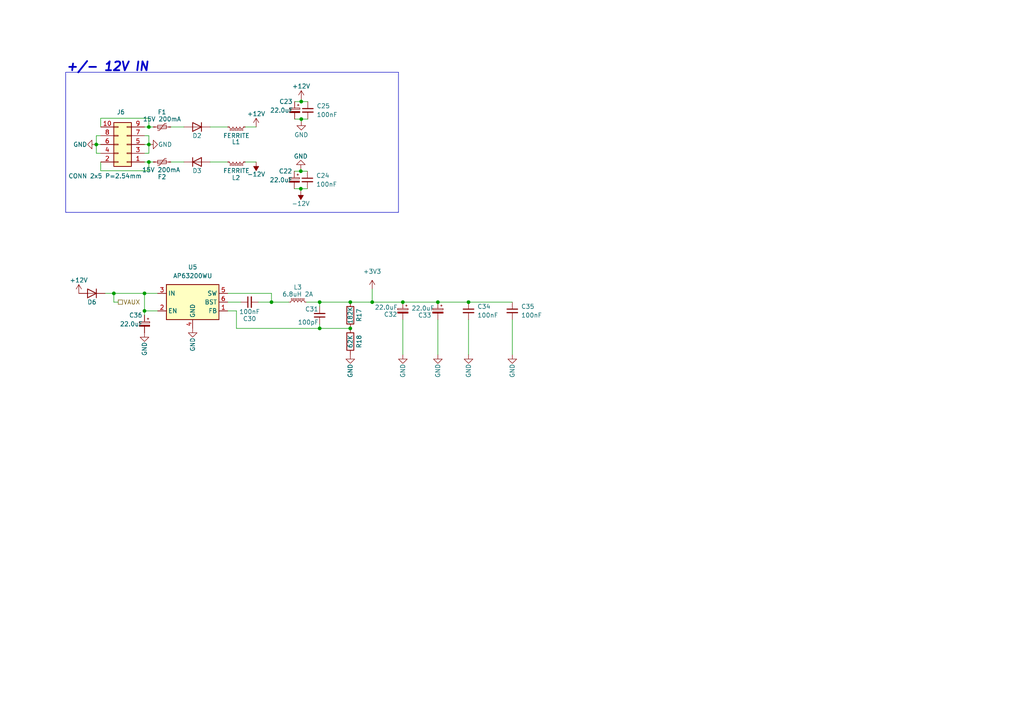
<source format=kicad_sch>
(kicad_sch (version 20231120) (generator "eeschema") (generator_version "8.0")
  (paper "A4")
  (lib_symbols
    (symbol "Connector_Generic:Conn_02x05_Odd_Even" (pin_names (offset 1.016) hide)
      (property "Reference" "J" (at 1.27 7.62 0))
      (property "Value" "Conn_02x05_Odd_Even" (at 1.27 -7.62 0))
      (symbol "Conn_02x05_Odd_Even_1_1"
        (rectangle (start -1.27 -4.953) (end 0 -5.207) (stroke (width 0.1524)))
        (rectangle (start -1.27 -2.413) (end 0 -2.667) (stroke (width 0.1524)))
        (rectangle (start -1.27 0.127) (end 0 -0.127) (stroke (width 0.1524)))
        (rectangle (start -1.27 2.667) (end 0 2.413) (stroke (width 0.1524)))
        (rectangle (start -1.27 5.207) (end 0 4.953) (stroke (width 0.1524)))
        (rectangle (start -1.27 6.35) (end 3.81 -6.35) (stroke (width 0.254)) (fill (type background)))
        (rectangle (start 3.81 -4.953) (end 2.54 -5.207) (stroke (width 0.1524)))
        (rectangle (start 3.81 -2.413) (end 2.54 -2.667) (stroke (width 0.1524)))
        (rectangle (start 3.81 0.127) (end 2.54 -0.127) (stroke (width 0.1524)))
        (rectangle (start 3.81 2.667) (end 2.54 2.413) (stroke (width 0.1524)))
        (rectangle (start 3.81 5.207) (end 2.54 4.953) (stroke (width 0.1524)))
        (pin passive line (at -5.08 5.08 0) (length 3.81) (name "Pin_1") (number "1"))
        (pin passive line (at 7.62 -5.08 180) (length 3.81) (name "Pin_10") (number "10"))
        (pin passive line (at 7.62 5.08 180) (length 3.81) (name "Pin_2") (number "2"))
        (pin passive line (at -5.08 2.54 0) (length 3.81) (name "Pin_3") (number "3"))
        (pin passive line (at 7.62 2.54 180) (length 3.81) (name "Pin_4") (number "4"))
        (pin passive line (at -5.08 0 0) (length 3.81) (name "Pin_5") (number "5"))
        (pin passive line (at 7.62 0 180) (length 3.81) (name "Pin_6") (number "6"))
        (pin passive line (at -5.08 -2.54 0) (length 3.81) (name "Pin_7") (number "7"))
        (pin passive line (at 7.62 -2.54 180) (length 3.81) (name "Pin_8") (number "8"))
        (pin passive line (at -5.08 -5.08 0) (length 3.81) (name "Pin_9") (number "9"))
      )
    )
    (symbol "Device:C_Polarized_Small" (pin_numbers hide) (pin_names (offset 0.254) hide)
      (property "Reference" "C" (at 0.254 1.778 0))
      (property "Value" "C_Polarized_Small" (at 0.254 -2.032 0))
      (symbol "C_Polarized_Small_0_1"
        (rectangle (start -1.524 -0.3048) (end 1.524 -0.6858) (fill (type outline)))
        (rectangle (start -1.524 0.6858) (end 1.524 0.3048))
        (polyline (pts (xy -1.27 1.524) (xy -0.762 1.524)))
        (polyline (pts (xy -1.016 1.27) (xy -1.016 1.778)))
      )
      (symbol "C_Polarized_Small_1_1"
        (pin passive line (at 0 2.54 270) (length 1.8542) (name "~") (number "1"))
        (pin passive line (at 0 -2.54 90) (length 1.8542) (name "~") (number "2"))
      )
    )
    (symbol "Device:C_Small" (pin_numbers hide) (pin_names (offset 0.254) hide)
      (property "Reference" "C" (at 0.254 1.778 0))
      (property "Value" "C_Small" (at 0.254 -2.032 0))
      (symbol "C_Small_0_1"
        (polyline (pts (xy -1.524 -0.508) (xy 1.524 -0.508)) (stroke (width 0.3302)))
        (polyline (pts (xy -1.524 0.508) (xy 1.524 0.508)) (stroke (width 0.3048)))
      )
      (symbol "C_Small_1_1"
        (pin passive line (at 0 2.54 270) (length 2.032) (name "~") (number "1"))
        (pin passive line (at 0 -2.54 90) (length 2.032) (name "~") (number "2"))
      )
    )
    (symbol "Device:L_Ferrite_Small" (pin_numbers hide) (pin_names (offset 0.254) hide)
      (property "Reference" "L" (at 1.27 1.016 0))
      (property "Value" "L_Ferrite_Small" (at 1.27 -1.27 0))
      (symbol "L_Ferrite_Small_0_1"
        (arc (start 0 -2.032) (mid 0.5058 -1.524) (end 0 -1.016))
        (arc (start 0 -1.016) (mid 0.5058 -0.508) (end 0 0))
        (polyline (pts (xy 0.762 -1.905) (xy 0.762 -1.651)))
        (polyline (pts (xy 0.762 -1.397) (xy 0.762 -1.143)))
        (polyline (pts (xy 0.762 -0.889) (xy 0.762 -0.635)))
        (polyline (pts (xy 0.762 -0.381) (xy 0.762 -0.127)))
        (polyline (pts (xy 0.762 0.127) (xy 0.762 0.381)))
        (polyline (pts (xy 0.762 0.635) (xy 0.762 0.889)))
        (polyline (pts (xy 0.762 1.143) (xy 0.762 1.397)))
        (polyline (pts (xy 0.762 1.651) (xy 0.762 1.905)))
        (polyline (pts (xy 1.016 -1.651) (xy 1.016 -1.905)))
        (polyline (pts (xy 1.016 -1.143) (xy 1.016 -1.397)))
        (polyline (pts (xy 1.016 -0.635) (xy 1.016 -0.889)))
        (polyline (pts (xy 1.016 -0.127) (xy 1.016 -0.381)))
        (polyline (pts (xy 1.016 0.381) (xy 1.016 0.127)))
        (polyline (pts (xy 1.016 0.889) (xy 1.016 0.635)))
        (polyline (pts (xy 1.016 1.397) (xy 1.016 1.143)))
        (polyline (pts (xy 1.016 1.905) (xy 1.016 1.651)))
        (arc (start 0 0) (mid 0.5058 0.508) (end 0 1.016))
        (arc (start 0 1.016) (mid 0.5058 1.524) (end 0 2.032))
      )
      (symbol "L_Ferrite_Small_1_1"
        (pin passive line (at 0 2.54 270) (length 0.508) (name "~") (number "1"))
        (pin passive line (at 0 -2.54 90) (length 0.508) (name "~") (number "2"))
      )
    )
    (symbol "Device:Polyfuse_Small" (pin_numbers hide) (pin_names (offset 0))
      (property "Reference" "F" (at -1.905 0 90))
      (property "Value" "Polyfuse_Small" (at 1.905 0 90))
      (symbol "Polyfuse_Small_0_1"
        (rectangle (start -0.508 1.27) (end 0.508 -1.27))
        (polyline (pts (xy 0 2.54) (xy 0 -2.54)))
        (polyline (pts (xy -1.016 1.27) (xy -1.016 0.762) (xy 1.016 -0.762) (xy 1.016 -1.27)))
      )
      (symbol "Polyfuse_Small_1_1"
        (pin passive line (at 0 2.54 270) (length 0.635) (name "~") (number "1"))
        (pin passive line (at 0 -2.54 90) (length 0.635) (name "~") (number "2"))
      )
    )
    (symbol "Device:R" (pin_numbers hide) (pin_names (offset 0))
      (property "Reference" "R" (at 2.032 0 90))
      (property "Value" "R" (at 0 0 90))
      (symbol "R_0_1"
        (rectangle (start -1.016 -2.54) (end 1.016 2.54) (stroke (width 0.254)))
      )
      (symbol "R_1_1"
        (pin passive line (at 0 3.81 270) (length 1.27) (name "~") (number "1"))
        (pin passive line (at 0 -3.81 90) (length 1.27) (name "~") (number "2"))
      )
    )
    (symbol "Diode:US1G" (pin_numbers hide) (pin_names (offset 1.016) hide)
      (property "Reference" "D" (at 0 2.54 0))
      (property "Value" "US1G" (at 0 -2.54 0))
      (symbol "US1G_0_1"
        (polyline (pts (xy -1.27 1.27) (xy -1.27 -1.27)) (stroke (width 0.254)))
        (polyline (pts (xy 1.27 0) (xy -1.27 0)))
        (polyline (pts (xy 1.27 1.27) (xy 1.27 -1.27) (xy -1.27 0) (xy 1.27 1.27)) (stroke (width 0.254)))
      )
      (symbol "US1G_1_1"
        (pin passive line (at -3.81 0 0) (length 2.54) (name "K") (number "1"))
        (pin passive line (at 3.81 0 180) (length 2.54) (name "A") (number "2"))
      )
    )
    (symbol "Regulator_Switching:AP63200WU"
      (property "Reference" "U" (at -7.62 6.35 0))
      (property "Value" "AP63200WU" (at 2.54 6.35 0))
      (symbol "AP63200WU_0_1"
        (rectangle (start -7.62 5.08) (end 7.62 -5.08) (stroke (width 0.254)) (fill (type background)))
      )
      (symbol "AP63200WU_1_1"
        (pin input line (at 10.16 -2.54 180) (length 2.54) (name "FB") (number "1"))
        (pin input line (at -10.16 -2.54 0) (length 2.54) (name "EN") (number "2"))
        (pin power_in line (at -10.16 2.54 0) (length 2.54) (name "IN") (number "3"))
        (pin power_in line (at 0 -7.62 90) (length 2.54) (name "GND") (number "4"))
        (pin output line (at 10.16 2.54 180) (length 2.54) (name "SW") (number "5"))
        (pin passive line (at 10.16 0 180) (length 2.54) (name "BST") (number "6"))
      )
    )
    (symbol "power:+12V" (power) (pin_names (offset 0))
      (property "Value" "+12V" (at 0 3.556 0))
      (symbol "+12V_0_1"
        (polyline (pts (xy -0.762 1.27) (xy 0 2.54)))
        (polyline (pts (xy 0 0) (xy 0 2.54)))
        (polyline (pts (xy 0 2.54) (xy 0.762 1.27)))
      )
      (symbol "+12V_1_1"
        (pin power_in line (at 0 0 90) (length 0) hide (name "+12V") (number "1"))
      )
    )
    (symbol "power:+3V3" (power) (pin_names (offset 0))
      (property "Value" "+3V3" (at 0 3.556 0))
      (symbol "+3V3_0_1"
        (polyline (pts (xy -0.762 1.27) (xy 0 2.54)))
        (polyline (pts (xy 0 0) (xy 0 2.54)))
        (polyline (pts (xy 0 2.54) (xy 0.762 1.27)))
      )
      (symbol "+3V3_1_1"
        (pin power_in line (at 0 0 90) (length 0) hide (name "+3V3") (number "1"))
      )
    )
    (symbol "power:-12V" (power) (pin_names (offset 0))
      (property "Value" "-12V" (at 0 3.81 0))
      (symbol "-12V_0_0"
        (pin power_in line (at 0 0 90) (length 0) hide (name "-12V") (number "1"))
      )
      (symbol "-12V_0_1"
        (polyline (pts (xy 0 0) (xy 0 1.27) (xy 0.762 1.27) (xy 0 2.54) (xy -0.762 1.27) (xy 0 1.27)) (fill (type outline)))
      )
    )
    (symbol "power:GND" (power) (pin_names (offset 0))
      (property "Value" "GND" (at 0 -3.81 0))
      (symbol "GND_0_1"
        (polyline (pts (xy 0 0) (xy 0 -1.27) (xy 1.27 -1.27) (xy 0 -2.54) (xy -1.27 -1.27) (xy 0 -1.27)))
      )
      (symbol "GND_1_1"
        (pin power_in line (at 0 0 270) (length 0) hide (name "GND") (number "1"))
      )
    )
  )
  (junction (at 33.02 85.09))
  (junction (at 87.249 49.657))
  (junction (at 41.91 85.09))
  (junction (at 92.71 95.25))
  (junction (at 116.84 87.63))
  (junction (at 43.18 46.99))
  (junction (at 78.74 87.63))
  (junction (at 135.89 87.63))
  (junction (at 27.94 41.91))
  (junction (at 107.95 87.63))
  (junction (at 92.71 87.63))
  (junction (at 127 87.63))
  (junction (at 101.6 95.25))
  (junction (at 87.376 34.544))
  (junction (at 41.91 90.17))
  (junction (at 101.6 87.63))
  (junction (at 87.249 54.737))
  (junction (at 43.18 36.83))
  (junction (at 87.376 29.464))
  (junction (at 43.18 41.91))
  (wire (pts (xy 45.72 90.17) (xy 41.91 90.17)))
  (wire (pts (xy 49.53 36.83) (xy 53.34 36.83)))
  (wire (pts (xy 43.18 39.37) (xy 43.18 41.91)))
  (wire (pts (xy 127 92.71) (xy 127 102.87)))
  (wire (pts (xy 88.9 87.63) (xy 92.71 87.63)))
  (wire (pts (xy 60.96 46.99) (xy 66.04 46.99)))
  (wire (pts (xy 87.376 29.464) (xy 89.281 29.464)))
  (wire (pts (xy 41.91 85.09) (xy 45.72 85.09)))
  (wire (pts (xy 85.344 49.657) (xy 87.249 49.657)))
  (wire (pts (xy 87.249 54.737) (xy 87.249 55.372)))
  (wire (pts (xy 92.71 95.25) (xy 92.71 93.98)))
  (wire (pts (xy 66.04 87.63) (xy 69.85 87.63)))
  (polyline (pts (xy 19.05 61.595) (xy 19.05 20.955)))
  (wire (pts (xy 85.344 54.737) (xy 87.249 54.737)))
  (wire (pts (xy 41.91 39.37) (xy 43.18 39.37)))
  (wire (pts (xy 71.12 46.99) (xy 74.295 46.99)))
  (wire (pts (xy 33.02 87.63) (xy 33.02 85.09)))
  (wire (pts (xy 74.93 87.63) (xy 78.74 87.63)))
  (wire (pts (xy 43.18 36.83) (xy 44.45 36.83)))
  (wire (pts (xy 66.04 85.09) (xy 78.74 85.09)))
  (wire (pts (xy 43.18 41.91) (xy 43.18 44.45)))
  (wire (pts (xy 43.18 46.99) (xy 43.18 49.53)))
  (wire (pts (xy 49.53 46.99) (xy 53.34 46.99)))
  (wire (pts (xy 116.84 87.63) (xy 127 87.63)))
  (wire (pts (xy 85.471 29.464) (xy 87.376 29.464)))
  (wire (pts (xy 92.71 87.63) (xy 101.6 87.63)))
  (wire (pts (xy 71.12 36.83) (xy 74.295 36.83)))
  (wire (pts (xy 29.21 49.53) (xy 29.21 46.99)))
  (wire (pts (xy 33.02 85.09) (xy 41.91 85.09)))
  (wire (pts (xy 41.91 90.17) (xy 41.91 91.44)))
  (wire (pts (xy 148.59 92.71) (xy 148.59 102.87)))
  (wire (pts (xy 68.58 90.17) (xy 66.04 90.17)))
  (wire (pts (xy 78.74 87.63) (xy 83.82 87.63)))
  (polyline (pts (xy 21.59 20.955) (xy 115.57 20.955)))
  (polyline (pts (xy 115.57 20.955) (xy 115.57 61.595)))
  (wire (pts (xy 34.29 87.63) (xy 33.02 87.63)))
  (wire (pts (xy 41.91 90.17) (xy 41.91 85.09)))
  (wire (pts (xy 68.58 95.25) (xy 68.58 90.17)))
  (wire (pts (xy 135.89 92.71) (xy 135.89 102.87)))
  (polyline (pts (xy 115.57 61.595) (xy 19.05 61.595)))
  (wire (pts (xy 27.94 39.37) (xy 29.21 39.37)))
  (wire (pts (xy 41.91 44.45) (xy 43.18 44.45)))
  (wire (pts (xy 135.89 87.63) (xy 148.59 87.63)))
  (wire (pts (xy 41.91 46.99) (xy 43.18 46.99)))
  (wire (pts (xy 41.91 36.83) (xy 43.18 36.83)))
  (wire (pts (xy 87.376 34.544) (xy 87.376 35.179)))
  (wire (pts (xy 101.6 95.25) (xy 92.71 95.25)))
  (wire (pts (xy 60.96 36.83) (xy 66.04 36.83)))
  (wire (pts (xy 107.95 83.82) (xy 107.95 87.63)))
  (wire (pts (xy 43.18 36.83) (xy 43.18 34.29)))
  (wire (pts (xy 29.21 34.29) (xy 29.21 36.83)))
  (wire (pts (xy 27.94 44.45) (xy 27.94 41.91)))
  (polyline (pts (xy 19.05 20.955) (xy 21.59 20.955)))
  (wire (pts (xy 78.74 87.63) (xy 78.74 85.09)))
  (wire (pts (xy 43.18 49.53) (xy 29.21 49.53)))
  (wire (pts (xy 27.94 41.91) (xy 29.21 41.91)))
  (wire (pts (xy 27.94 41.91) (xy 27.94 39.37)))
  (wire (pts (xy 87.249 49.022) (xy 87.249 49.657)))
  (wire (pts (xy 43.18 34.29) (xy 29.21 34.29)))
  (wire (pts (xy 29.21 44.45) (xy 27.94 44.45)))
  (wire (pts (xy 87.376 34.544) (xy 89.281 34.544)))
  (wire (pts (xy 92.71 95.25) (xy 68.58 95.25)))
  (wire (pts (xy 87.249 49.657) (xy 89.154 49.657)))
  (wire (pts (xy 87.376 28.829) (xy 87.376 29.464)))
  (wire (pts (xy 30.48 85.09) (xy 33.02 85.09)))
  (wire (pts (xy 116.84 92.71) (xy 116.84 102.87)))
  (wire (pts (xy 101.6 87.63) (xy 107.95 87.63)))
  (wire (pts (xy 85.471 34.544) (xy 87.376 34.544)))
  (wire (pts (xy 43.18 46.99) (xy 44.45 46.99)))
  (wire (pts (xy 92.71 87.63) (xy 92.71 88.9)))
  (wire (pts (xy 107.95 87.63) (xy 116.84 87.63)))
  (wire (pts (xy 87.249 54.737) (xy 89.154 54.737)))
  (wire (pts (xy 127 87.63) (xy 135.89 87.63)))
  (wire (pts (xy 41.91 41.91) (xy 43.18 41.91)))
  (text "+/- 12V IN" (at 19.05 20.955 0) (effects (font (size 2.54 2.54) (thickness 0.508) (bold yes) (italic yes)) (justify left bottom)))
  (hierarchical_label "VAUX" (shape passive) (at 34.29 87.63 0))
  (symbol (lib_id "power:GND") (at 116.84 102.87 0) (mirror y) (unit 1)
    (property "Reference" "#PWR047" (effects (hide yes)))
    (property "Value" "GND" (at 116.84 109.601 90) (effects (justify left)))
  )
  (symbol (lib_id "power:GND") (at 127 102.87 0) (mirror y) (unit 1)
    (property "Reference" "#PWR048" (effects (hide yes)))
    (property "Value" "GND" (at 127 109.601 90) (effects (justify left)))
  )
  (symbol (lib_id "power:-12V") (at 87.249 55.372 180) (unit 1)
    (property "Reference" "#PWR035" (effects (hide yes)))
    (property "Value" "-12V" (at 84.582 59.055 0) (effects (justify right)))
  )
  (symbol (lib_id "Device:C_Polarized_Small") (at 127 90.17 0) (mirror y) (unit 1)
    (property "Reference" "C33" (at 123.19 91.44 0))
    (property "Value" "22.0uF" (at 122.682 89.408 0))
    (property "Footprint" "Capacitor_Tantalum_SMD:CP_EIA-3216-10_Kemet-I" (effects (hide yes)))
    (property "mfg#" "CA45-A-16V-22uF-K" (effects (hide yes)))
    (property "lcsc#" "C782264" (effects (hide yes)))
  )
  (symbol (lib_id "power:+12V") (at 22.86 85.09 0) (unit 1)
    (property "Reference" "#PWR044" (effects (hide yes)))
    (property "Value" "+12V" (at 20.193 81.28 0) (effects (justify left)))
  )
  (symbol (lib_id "Device:L_Ferrite_Small") (at 86.36 87.63 90) (unit 1)
    (property "Reference" "L3" (at 86.36 83.312 90))
    (property "Value" "6.8uH 2A" (at 86.36 85.344 90))
    (property "Footprint" "Inductor_SMD:L_Vishay_IHLP-2020" (effects (hide yes)))
    (property "Description" "Inductor with ferrite core, small symbol" (effects (hide yes)))
    (property "lcsc#" " C844992" (effects (hide yes)))
  )
  (symbol (lib_id "Device:C_Small") (at 89.281 32.004 0) (unit 1)
    (property "Reference" "C25" (at 91.821 30.7402 0) (effects (justify left)))
    (property "Value" "100nF" (at 91.821 33.2802 0) (effects (justify left)))
    (property "Footprint" "Capacitor_SMD:C_0603_1608Metric" (effects (hide yes)))
    (property "Datasheet" "https://datasheet.lcsc.com/lcsc/1912111437_TDK-C1608X7R1E104KT000N_C338036.pdf" (effects (hide yes)))
    (property "lcsc#" "C14663" (effects (hide yes)))
    (property "mfg#" "C1608X7R1E104KT000N" (effects (hide yes)))
  )
  (symbol (lib_id "power:+12V") (at 87.376 28.829 0) (unit 1)
    (property "Reference" "#PWR036" (effects (hide yes)))
    (property "Value" "+12V" (at 84.709 25.019 0) (effects (justify left)))
  )
  (symbol (lib_id "Diode:US1G") (at 57.15 46.99 0) (unit 1)
    (property "Reference" "D3" (at 57.15 49.53 0))
    (property "Value" "1N4007FL" (effects (hide yes)))
    (property "Footprint" "Diode_SMD:D_SOD-123F" (effects (hide yes)))
    (property "Datasheet" "https://www.diodes.com/assets/Datasheets/ds16008.pdf" (effects (hide yes)))
    (property "dig#" "1655-1N4007FLCT-ND" (effects (hide yes)))
    (property "mfg#" "1N4007FL" (effects (hide yes)))
    (property "lcsc#" "C493190" (effects (hide yes)))
  )
  (symbol (lib_id "power:-12V") (at 74.295 46.99 180) (unit 1)
    (property "Reference" "#PWR033" (effects (hide yes)))
    (property "Value" "-12V" (at 76.962 50.546 0) (effects (justify left)))
  )
  (symbol (lib_id "Device:R") (at 101.6 99.06 0) (mirror x) (unit 1)
    (property "Reference" "R18" (at 104.14 99.06 90))
    (property "Value" "62K" (at 101.6 99.06 90))
    (property "Footprint" "Resistor_SMD:R_0402_1005Metric" (effects (hide yes)))
    (property "PN" "RC0402FR-074K7L" (effects (hide yes)))
    (property "lcsc#" " C137950" (effects (hide yes)))
  )
  (symbol (lib_id "Diode:US1G") (at 57.15 36.83 180) (unit 1)
    (property "Reference" "D2" (at 57.15 39.37 0))
    (property "Value" "1N4007FL" (effects (hide yes)))
    (property "Footprint" "Diode_SMD:D_SOD-123F" (effects (hide yes)))
    (property "Datasheet" "https://www.diodes.com/assets/Datasheets/ds16008.pdf" (effects (hide yes)))
    (property "dig#" "1655-1N4007FLCT-ND" (effects (hide yes)))
    (property "mfg#" "1N4007FL" (effects (hide yes)))
    (property "lcsc#" "C493190" (effects (hide yes)))
  )
  (symbol (lib_id "power:GND") (at 135.89 102.87 0) (mirror y) (unit 1)
    (property "Reference" "#PWR050" (effects (hide yes)))
    (property "Value" "GND" (at 135.89 109.601 90) (effects (justify left)))
  )
  (symbol (lib_id "Device:L_Ferrite_Small") (at 68.58 46.99 270) (unit 1)
    (property "Reference" "L2" (at 68.453 51.562 90))
    (property "Value" "FERRITE" (at 68.58 49.53 90))
    (property "Footprint" "Inductor_SMD:L_0603_1608Metric" (effects (hide yes)))
    (property "Datasheet" "https://datasheet.lcsc.com/lcsc/1810311132_Murata-Electronics-BLM18PG121SN1D_C14709.pdf" (effects (hide yes)))
    (property "mfg#" "BLM18PG121SN1D" (effects (hide yes)))
    (property "lcsc#" "C14709" (effects (hide yes)))
  )
  (symbol (lib_id "Device:C_Small") (at 135.89 90.17 0) (unit 1)
    (property "Reference" "C34" (at 138.43 88.9062 0) (effects (justify left)))
    (property "Value" "100nF" (at 138.43 91.4462 0) (effects (justify left)))
    (property "Footprint" "Capacitor_SMD:C_0603_1608Metric" (effects (hide yes)))
    (property "Datasheet" "https://datasheet.lcsc.com/lcsc/1912111437_TDK-C1608X7R1E104KT000N_C338036.pdf" (effects (hide yes)))
    (property "lcsc#" "C14663" (effects (hide yes)))
    (property "mfg#" "C1608X7R1E104KT000N" (effects (hide yes)))
  )
  (symbol (lib_id "power:GND") (at 87.249 49.022 180) (unit 1)
    (property "Reference" "#PWR034" (effects (hide yes)))
    (property "Value" "GND" (at 89.281 45.339 0) (effects (justify left)))
  )
  (symbol (lib_id "Device:L_Ferrite_Small") (at 68.58 36.83 270) (unit 1)
    (property "Reference" "L1" (at 68.453 41.148 90))
    (property "Value" "FERRITE" (at 68.58 39.37 90))
    (property "Footprint" "Inductor_SMD:L_0603_1608Metric" (effects (hide yes)))
    (property "Datasheet" "https://datasheet.lcsc.com/lcsc/1810311132_Murata-Electronics-BLM18PG121SN1D_C14709.pdf" (effects (hide yes)))
    (property "mfg#" "BLM18PG121SN1D" (effects (hide yes)))
    (property "lcsc#" "C14709" (effects (hide yes)))
  )
  (symbol (lib_id "Device:C_Small") (at 72.39 87.63 90) (unit 1)
    (property "Reference" "C30" (at 72.39 92.456 90))
    (property "Value" "100nF" (at 72.39 90.424 90))
    (property "Footprint" "Capacitor_SMD:C_0603_1608Metric" (effects (hide yes)))
    (property "Datasheet" "https://datasheet.lcsc.com/lcsc/1912111437_TDK-C1608X7R1E104KT000N_C338036.pdf" (effects (hide yes)))
    (property "lcsc#" "C14663" (effects (hide yes)))
    (property "mfg#" "C1608X7R1E104KT000N" (effects (hide yes)))
  )
  (symbol (lib_id "power:GND") (at 101.6 102.87 0) (mirror y) (unit 1)
    (property "Reference" "#PWR046" (effects (hide yes)))
    (property "Value" "GND" (at 101.6 109.601 90) (effects (justify left)))
  )
  (symbol (lib_id "Device:C_Polarized_Small") (at 85.471 32.004 0) (mirror y) (unit 1)
    (property "Reference" "C23" (at 82.931 29.464 0))
    (property "Value" "22.0uF" (at 81.661 32.004 0))
    (property "Footprint" "Capacitor_Tantalum_SMD:CP_EIA-3216-10_Kemet-I" (effects (hide yes)))
    (property "mfg#" "CA45-A-16V-22uF-K" (effects (hide yes)))
    (property "lcsc#" "C782264" (effects (hide yes)))
  )
  (symbol (lib_id "power:GND") (at 43.18 41.91 90) (mirror x) (unit 1)
    (property "Reference" "#PWR031" (effects (hide yes)))
    (property "Value" "GND" (at 49.911 41.91 90) (effects (justify left)))
  )
  (symbol (lib_id "power:GND") (at 55.88 95.25 0) (mirror y) (unit 1)
    (property "Reference" "#PWR045" (effects (hide yes)))
    (property "Value" "GND" (at 55.88 101.981 90) (effects (justify left)))
  )
  (symbol (lib_id "power:GND") (at 148.59 102.87 0) (mirror y) (unit 1)
    (property "Reference" "#PWR051" (effects (hide yes)))
    (property "Value" "GND" (at 148.59 109.601 90) (effects (justify left)))
  )
  (symbol (lib_id "Device:C_Small") (at 89.154 52.197 0) (unit 1)
    (property "Reference" "C24" (at 91.694 50.9332 0) (effects (justify left)))
    (property "Value" "100nF" (at 91.694 53.4732 0) (effects (justify left)))
    (property "Footprint" "Capacitor_SMD:C_0603_1608Metric" (effects (hide yes)))
    (property "Datasheet" "https://datasheet.lcsc.com/lcsc/1912111437_TDK-C1608X7R1E104KT000N_C338036.pdf" (effects (hide yes)))
    (property "lcsc#" "C14663" (effects (hide yes)))
    (property "mfg#" "C1608X7R1E104KT000N" (effects (hide yes)))
  )
  (symbol (lib_id "Diode:US1G") (at 26.67 85.09 180) (unit 1)
    (property "Reference" "D6" (at 26.67 87.63 0))
    (property "Value" "1N4007FL" (effects (hide yes)))
    (property "Footprint" "Diode_SMD:D_SOD-123F" (effects (hide yes)))
    (property "Datasheet" "https://www.diodes.com/assets/Datasheets/ds16008.pdf" (effects (hide yes)))
    (property "dig#" "1655-1N4007FLCT-ND" (effects (hide yes)))
    (property "mfg#" "1N4007FL" (effects (hide yes)))
    (property "lcsc#" "C493190" (effects (hide yes)))
  )
  (symbol (lib_id "Device:C_Small") (at 148.59 90.17 0) (unit 1)
    (property "Reference" "C35" (at 151.13 88.9062 0) (effects (justify left)))
    (property "Value" "100nF" (at 151.13 91.4462 0) (effects (justify left)))
    (property "Footprint" "Capacitor_SMD:C_0603_1608Metric" (effects (hide yes)))
    (property "Datasheet" "https://datasheet.lcsc.com/lcsc/1912111437_TDK-C1608X7R1E104KT000N_C338036.pdf" (effects (hide yes)))
    (property "lcsc#" "C14663" (effects (hide yes)))
    (property "mfg#" "C1608X7R1E104KT000N" (effects (hide yes)))
  )
  (symbol (lib_id "Device:C_Polarized_Small") (at 41.91 93.98 0) (mirror y) (unit 1)
    (property "Reference" "C36" (at 39.37 91.44 0))
    (property "Value" "22.0uF" (at 38.1 93.98 0))
    (property "Footprint" "Capacitor_Tantalum_SMD:CP_EIA-3216-10_Kemet-I" (effects (hide yes)))
    (property "mfg#" "CA45-A-16V-22uF-K" (effects (hide yes)))
    (property "lcsc#" "C782264" (effects (hide yes)))
  )
  (symbol (lib_id "power:GND") (at 87.376 35.179 0) (unit 1)
    (property "Reference" "#PWR037" (effects (hide yes)))
    (property "Value" "GND" (at 85.344 39.116 0) (effects (justify left)))
  )
  (symbol (lib_id "power:+12V") (at 74.295 36.83 0) (unit 1)
    (property "Reference" "#PWR032" (effects (hide yes)))
    (property "Value" "+12V" (at 76.962 33.02 0) (effects (justify right)))
  )
  (symbol (lib_id "Connector_Generic:Conn_02x05_Odd_Even") (at 36.83 41.91 180) (unit 1)
    (property "Reference" "J6" (at 35.052 32.512 0))
    (property "Value" "CONN 2x5 P=2.54mm" (at 30.48 51.054 0))
    (property "Footprint" "Connector_PinHeader_2.54mm:PinHeader_2x05_P2.54mm_Horizontal" (effects (hide yes)))
    (property "lcsc#" "C492433" (effects (hide yes)))
    (property "mfg#" "PZ254R-12-10P" (effects (hide yes)))
  )
  (symbol (lib_id "Device:C_Polarized_Small") (at 116.84 90.17 0) (mirror y) (unit 1)
    (property "Reference" "C32" (at 113.284 91.186 0))
    (property "Value" "22.0uF" (at 112.014 89.154 0))
    (property "Footprint" "Capacitor_Tantalum_SMD:CP_EIA-3216-10_Kemet-I" (effects (hide yes)))
    (property "mfg#" "CA45-A-16V-22uF-K" (effects (hide yes)))
    (property "lcsc#" "C782264" (effects (hide yes)))
  )
  (symbol (lib_id "power:+3V3") (at 107.95 83.82 0) (unit 1)
    (property "Reference" "#PWR049" (effects (hide yes)))
    (property "Value" "+3V3" (at 107.95 78.74 0))
  )
  (symbol (lib_id "Device:R") (at 101.6 91.44 0) (mirror x) (unit 1)
    (property "Reference" "R17" (at 104.14 91.44 90))
    (property "Value" "182K" (at 101.6 91.44 90))
    (property "Footprint" "Resistor_SMD:R_0402_1005Metric" (effects (hide yes)))
    (property "PN" "RC0402FR-074K7L" (effects (hide yes)))
    (property "lcsc#" "C327365" (effects (hide yes)))
  )
  (symbol (lib_id "Regulator_Switching:AP63200WU") (at 55.88 87.63 0) (unit 1)
    (property "Reference" "U5" (at 55.88 77.47 0))
    (property "Value" "AP63200WU" (at 55.88 80.01 0))
    (property "Footprint" "Package_TO_SOT_SMD:TSOT-23-6" (effects (hide yes)))
    (property "Datasheet" "https://www.diodes.com/assets/Datasheets/AP63200-AP63201-AP63203-AP63205.pdf" (effects (hide yes)))
    (property "Description" "2A, 500kHz Buck DC/DC Converter, adjustable output voltage, TSOT-23-6" (effects (hide yes)))
    (property "lcsc#" "C2071868" (effects (hide yes)))
  )
  (symbol (lib_id "Device:Polyfuse_Small") (at 46.99 46.99 90) (unit 1)
    (property "Reference" "F2" (at 46.99 51.308 90))
    (property "Value" "15V 200mA" (at 46.736 49.276 90))
    (property "Footprint" "Fuse:Fuse_0805_2012Metric" (effects (hide yes)))
    (property "Description" "Resettable fuse, polymeric positive temperature coefficient, small symbol" (effects (hide yes)))
    (property "lcsc#" "C883103" (effects (hide yes)))
  )
  (symbol (lib_id "Device:C_Polarized_Small") (at 85.344 52.197 0) (mirror y) (unit 1)
    (property "Reference" "C22" (at 82.804 49.657 0))
    (property "Value" "22.0uF" (at 81.534 52.197 0))
    (property "Footprint" "Capacitor_Tantalum_SMD:CP_EIA-3216-10_Kemet-I" (effects (hide yes)))
    (property "mfg#" "CA45-A-16V-22uF-K" (effects (hide yes)))
    (property "lcsc#" "C782264" (effects (hide yes)))
  )
  (symbol (lib_id "power:GND") (at 27.94 41.91 270) (mirror x) (unit 1)
    (property "Reference" "#PWR030" (effects (hide yes)))
    (property "Value" "GND" (at 21.209 41.91 90) (effects (justify left)))
  )
  (symbol (lib_id "power:GND") (at 41.91 96.52 0) (mirror y) (unit 1)
    (property "Reference" "#PWR066" (effects (hide yes)))
    (property "Value" "GND" (at 41.91 103.251 90) (effects (justify left)))
  )
  (symbol (lib_id "Device:C_Small") (at 92.71 91.44 180) (unit 1)
    (property "Reference" "C31" (at 90.424 89.662 0))
    (property "Value" "100pF" (at 89.408 93.472 0))
    (property "Footprint" "Capacitor_SMD:C_0603_1608Metric" (effects (hide yes)))
    (property "Datasheet" "https://datasheet.lcsc.com/lcsc/1912111437_TDK-C1608X7R1E104KT000N_C338036.pdf" (effects (hide yes)))
    (property "lcsc#" "C14858" (effects (hide yes)))
    (property "mfg#" "C1608X7R1E104KT000N" (effects (hide yes)))
  )
  (symbol (lib_id "Device:Polyfuse_Small") (at 46.99 36.83 90) (unit 1)
    (property "Reference" "F1" (at 46.99 32.512 90))
    (property "Value" "15V 200mA" (at 46.99 34.544 90))
    (property "Footprint" "Fuse:Fuse_0805_2012Metric" (effects (hide yes)))
    (property "Description" "Resettable fuse, polymeric positive temperature coefficient, small symbol" (effects (hide yes)))
    (property "lcsc#" "C883103" (effects (hide yes)))
  )
)
</source>
